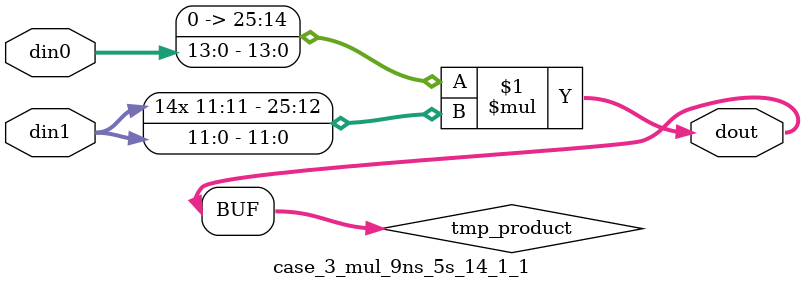
<source format=v>

`timescale 1 ns / 1 ps

 (* use_dsp = "no" *)  module case_3_mul_9ns_5s_14_1_1(din0, din1, dout);
parameter ID = 1;
parameter NUM_STAGE = 0;
parameter din0_WIDTH = 14;
parameter din1_WIDTH = 12;
parameter dout_WIDTH = 26;

input [din0_WIDTH - 1 : 0] din0; 
input [din1_WIDTH - 1 : 0] din1; 
output [dout_WIDTH - 1 : 0] dout;

wire signed [dout_WIDTH - 1 : 0] tmp_product;

























assign tmp_product = $signed({1'b0, din0}) * $signed(din1);










assign dout = tmp_product;





















endmodule

</source>
